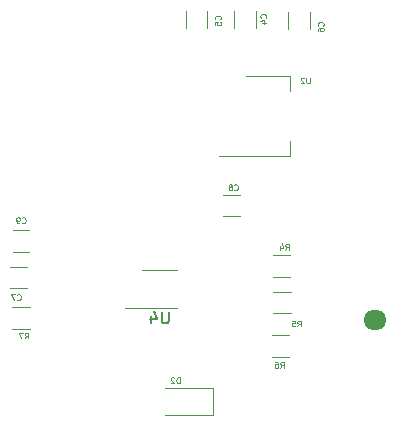
<source format=gbr>
%TF.GenerationSoftware,KiCad,Pcbnew,7.0.10*%
%TF.CreationDate,2024-05-28T16:22:07+05:30*%
%TF.ProjectId,pro1,70726f31-2e6b-4696-9361-645f70636258,rev?*%
%TF.SameCoordinates,Original*%
%TF.FileFunction,Legend,Bot*%
%TF.FilePolarity,Positive*%
%FSLAX46Y46*%
G04 Gerber Fmt 4.6, Leading zero omitted, Abs format (unit mm)*
G04 Created by KiCad (PCBNEW 7.0.10) date 2024-05-28 16:22:07*
%MOMM*%
%LPD*%
G01*
G04 APERTURE LIST*
%ADD10C,0.125000*%
%ADD11C,0.150000*%
%ADD12C,0.120000*%
%ADD13O,1.950000X1.700000*%
G04 APERTURE END LIST*
D10*
X158579047Y-78544809D02*
X158579047Y-78044809D01*
X158579047Y-78044809D02*
X158459999Y-78044809D01*
X158459999Y-78044809D02*
X158388571Y-78068619D01*
X158388571Y-78068619D02*
X158340952Y-78116238D01*
X158340952Y-78116238D02*
X158317142Y-78163857D01*
X158317142Y-78163857D02*
X158293333Y-78259095D01*
X158293333Y-78259095D02*
X158293333Y-78330523D01*
X158293333Y-78330523D02*
X158317142Y-78425761D01*
X158317142Y-78425761D02*
X158340952Y-78473380D01*
X158340952Y-78473380D02*
X158388571Y-78521000D01*
X158388571Y-78521000D02*
X158459999Y-78544809D01*
X158459999Y-78544809D02*
X158579047Y-78544809D01*
X158102856Y-78092428D02*
X158079047Y-78068619D01*
X158079047Y-78068619D02*
X158031428Y-78044809D01*
X158031428Y-78044809D02*
X157912380Y-78044809D01*
X157912380Y-78044809D02*
X157864761Y-78068619D01*
X157864761Y-78068619D02*
X157840952Y-78092428D01*
X157840952Y-78092428D02*
X157817142Y-78140047D01*
X157817142Y-78140047D02*
X157817142Y-78187666D01*
X157817142Y-78187666D02*
X157840952Y-78259095D01*
X157840952Y-78259095D02*
X158126666Y-78544809D01*
X158126666Y-78544809D02*
X157817142Y-78544809D01*
X169600952Y-52654809D02*
X169600952Y-53059571D01*
X169600952Y-53059571D02*
X169577142Y-53107190D01*
X169577142Y-53107190D02*
X169553333Y-53131000D01*
X169553333Y-53131000D02*
X169505714Y-53154809D01*
X169505714Y-53154809D02*
X169410476Y-53154809D01*
X169410476Y-53154809D02*
X169362857Y-53131000D01*
X169362857Y-53131000D02*
X169339047Y-53107190D01*
X169339047Y-53107190D02*
X169315238Y-53059571D01*
X169315238Y-53059571D02*
X169315238Y-52654809D01*
X169100951Y-52702428D02*
X169077142Y-52678619D01*
X169077142Y-52678619D02*
X169029523Y-52654809D01*
X169029523Y-52654809D02*
X168910475Y-52654809D01*
X168910475Y-52654809D02*
X168862856Y-52678619D01*
X168862856Y-52678619D02*
X168839047Y-52702428D01*
X168839047Y-52702428D02*
X168815237Y-52750047D01*
X168815237Y-52750047D02*
X168815237Y-52797666D01*
X168815237Y-52797666D02*
X168839047Y-52869095D01*
X168839047Y-52869095D02*
X169124761Y-53154809D01*
X169124761Y-53154809D02*
X168815237Y-53154809D01*
X145233333Y-64937190D02*
X145257142Y-64961000D01*
X145257142Y-64961000D02*
X145328571Y-64984809D01*
X145328571Y-64984809D02*
X145376190Y-64984809D01*
X145376190Y-64984809D02*
X145447618Y-64961000D01*
X145447618Y-64961000D02*
X145495237Y-64913380D01*
X145495237Y-64913380D02*
X145519047Y-64865761D01*
X145519047Y-64865761D02*
X145542856Y-64770523D01*
X145542856Y-64770523D02*
X145542856Y-64699095D01*
X145542856Y-64699095D02*
X145519047Y-64603857D01*
X145519047Y-64603857D02*
X145495237Y-64556238D01*
X145495237Y-64556238D02*
X145447618Y-64508619D01*
X145447618Y-64508619D02*
X145376190Y-64484809D01*
X145376190Y-64484809D02*
X145328571Y-64484809D01*
X145328571Y-64484809D02*
X145257142Y-64508619D01*
X145257142Y-64508619D02*
X145233333Y-64532428D01*
X144995237Y-64984809D02*
X144899999Y-64984809D01*
X144899999Y-64984809D02*
X144852380Y-64961000D01*
X144852380Y-64961000D02*
X144828571Y-64937190D01*
X144828571Y-64937190D02*
X144780952Y-64865761D01*
X144780952Y-64865761D02*
X144757142Y-64770523D01*
X144757142Y-64770523D02*
X144757142Y-64580047D01*
X144757142Y-64580047D02*
X144780952Y-64532428D01*
X144780952Y-64532428D02*
X144804761Y-64508619D01*
X144804761Y-64508619D02*
X144852380Y-64484809D01*
X144852380Y-64484809D02*
X144947618Y-64484809D01*
X144947618Y-64484809D02*
X144995237Y-64508619D01*
X144995237Y-64508619D02*
X145019047Y-64532428D01*
X145019047Y-64532428D02*
X145042856Y-64580047D01*
X145042856Y-64580047D02*
X145042856Y-64699095D01*
X145042856Y-64699095D02*
X145019047Y-64746714D01*
X145019047Y-64746714D02*
X144995237Y-64770523D01*
X144995237Y-64770523D02*
X144947618Y-64794333D01*
X144947618Y-64794333D02*
X144852380Y-64794333D01*
X144852380Y-64794333D02*
X144804761Y-64770523D01*
X144804761Y-64770523D02*
X144780952Y-64746714D01*
X144780952Y-64746714D02*
X144757142Y-64699095D01*
D11*
X157649404Y-72469819D02*
X157649404Y-73279342D01*
X157649404Y-73279342D02*
X157601785Y-73374580D01*
X157601785Y-73374580D02*
X157554166Y-73422200D01*
X157554166Y-73422200D02*
X157458928Y-73469819D01*
X157458928Y-73469819D02*
X157268452Y-73469819D01*
X157268452Y-73469819D02*
X157173214Y-73422200D01*
X157173214Y-73422200D02*
X157125595Y-73374580D01*
X157125595Y-73374580D02*
X157077976Y-73279342D01*
X157077976Y-73279342D02*
X157077976Y-72469819D01*
X156173214Y-72803152D02*
X156173214Y-73469819D01*
X156411309Y-72422200D02*
X156649404Y-73136485D01*
X156649404Y-73136485D02*
X156030357Y-73136485D01*
D10*
X145443333Y-74744809D02*
X145609999Y-74506714D01*
X145729047Y-74744809D02*
X145729047Y-74244809D01*
X145729047Y-74244809D02*
X145538571Y-74244809D01*
X145538571Y-74244809D02*
X145490952Y-74268619D01*
X145490952Y-74268619D02*
X145467142Y-74292428D01*
X145467142Y-74292428D02*
X145443333Y-74340047D01*
X145443333Y-74340047D02*
X145443333Y-74411476D01*
X145443333Y-74411476D02*
X145467142Y-74459095D01*
X145467142Y-74459095D02*
X145490952Y-74482904D01*
X145490952Y-74482904D02*
X145538571Y-74506714D01*
X145538571Y-74506714D02*
X145729047Y-74506714D01*
X145276666Y-74244809D02*
X144943333Y-74244809D01*
X144943333Y-74244809D02*
X145157618Y-74744809D01*
X170717190Y-48256666D02*
X170741000Y-48232857D01*
X170741000Y-48232857D02*
X170764809Y-48161428D01*
X170764809Y-48161428D02*
X170764809Y-48113809D01*
X170764809Y-48113809D02*
X170741000Y-48042381D01*
X170741000Y-48042381D02*
X170693380Y-47994762D01*
X170693380Y-47994762D02*
X170645761Y-47970952D01*
X170645761Y-47970952D02*
X170550523Y-47947143D01*
X170550523Y-47947143D02*
X170479095Y-47947143D01*
X170479095Y-47947143D02*
X170383857Y-47970952D01*
X170383857Y-47970952D02*
X170336238Y-47994762D01*
X170336238Y-47994762D02*
X170288619Y-48042381D01*
X170288619Y-48042381D02*
X170264809Y-48113809D01*
X170264809Y-48113809D02*
X170264809Y-48161428D01*
X170264809Y-48161428D02*
X170288619Y-48232857D01*
X170288619Y-48232857D02*
X170312428Y-48256666D01*
X170264809Y-48685238D02*
X170264809Y-48590000D01*
X170264809Y-48590000D02*
X170288619Y-48542381D01*
X170288619Y-48542381D02*
X170312428Y-48518571D01*
X170312428Y-48518571D02*
X170383857Y-48470952D01*
X170383857Y-48470952D02*
X170479095Y-48447143D01*
X170479095Y-48447143D02*
X170669571Y-48447143D01*
X170669571Y-48447143D02*
X170717190Y-48470952D01*
X170717190Y-48470952D02*
X170741000Y-48494762D01*
X170741000Y-48494762D02*
X170764809Y-48542381D01*
X170764809Y-48542381D02*
X170764809Y-48637619D01*
X170764809Y-48637619D02*
X170741000Y-48685238D01*
X170741000Y-48685238D02*
X170717190Y-48709047D01*
X170717190Y-48709047D02*
X170669571Y-48732857D01*
X170669571Y-48732857D02*
X170550523Y-48732857D01*
X170550523Y-48732857D02*
X170502904Y-48709047D01*
X170502904Y-48709047D02*
X170479095Y-48685238D01*
X170479095Y-48685238D02*
X170455285Y-48637619D01*
X170455285Y-48637619D02*
X170455285Y-48542381D01*
X170455285Y-48542381D02*
X170479095Y-48494762D01*
X170479095Y-48494762D02*
X170502904Y-48470952D01*
X170502904Y-48470952D02*
X170550523Y-48447143D01*
X168553333Y-73724809D02*
X168719999Y-73486714D01*
X168839047Y-73724809D02*
X168839047Y-73224809D01*
X168839047Y-73224809D02*
X168648571Y-73224809D01*
X168648571Y-73224809D02*
X168600952Y-73248619D01*
X168600952Y-73248619D02*
X168577142Y-73272428D01*
X168577142Y-73272428D02*
X168553333Y-73320047D01*
X168553333Y-73320047D02*
X168553333Y-73391476D01*
X168553333Y-73391476D02*
X168577142Y-73439095D01*
X168577142Y-73439095D02*
X168600952Y-73462904D01*
X168600952Y-73462904D02*
X168648571Y-73486714D01*
X168648571Y-73486714D02*
X168839047Y-73486714D01*
X168100952Y-73224809D02*
X168339047Y-73224809D01*
X168339047Y-73224809D02*
X168362856Y-73462904D01*
X168362856Y-73462904D02*
X168339047Y-73439095D01*
X168339047Y-73439095D02*
X168291428Y-73415285D01*
X168291428Y-73415285D02*
X168172380Y-73415285D01*
X168172380Y-73415285D02*
X168124761Y-73439095D01*
X168124761Y-73439095D02*
X168100952Y-73462904D01*
X168100952Y-73462904D02*
X168077142Y-73510523D01*
X168077142Y-73510523D02*
X168077142Y-73629571D01*
X168077142Y-73629571D02*
X168100952Y-73677190D01*
X168100952Y-73677190D02*
X168124761Y-73701000D01*
X168124761Y-73701000D02*
X168172380Y-73724809D01*
X168172380Y-73724809D02*
X168291428Y-73724809D01*
X168291428Y-73724809D02*
X168339047Y-73701000D01*
X168339047Y-73701000D02*
X168362856Y-73677190D01*
X165857190Y-47586666D02*
X165881000Y-47562857D01*
X165881000Y-47562857D02*
X165904809Y-47491428D01*
X165904809Y-47491428D02*
X165904809Y-47443809D01*
X165904809Y-47443809D02*
X165881000Y-47372381D01*
X165881000Y-47372381D02*
X165833380Y-47324762D01*
X165833380Y-47324762D02*
X165785761Y-47300952D01*
X165785761Y-47300952D02*
X165690523Y-47277143D01*
X165690523Y-47277143D02*
X165619095Y-47277143D01*
X165619095Y-47277143D02*
X165523857Y-47300952D01*
X165523857Y-47300952D02*
X165476238Y-47324762D01*
X165476238Y-47324762D02*
X165428619Y-47372381D01*
X165428619Y-47372381D02*
X165404809Y-47443809D01*
X165404809Y-47443809D02*
X165404809Y-47491428D01*
X165404809Y-47491428D02*
X165428619Y-47562857D01*
X165428619Y-47562857D02*
X165452428Y-47586666D01*
X165571476Y-48015238D02*
X165904809Y-48015238D01*
X165381000Y-47896190D02*
X165738142Y-47777143D01*
X165738142Y-47777143D02*
X165738142Y-48086666D01*
X167533333Y-67224809D02*
X167699999Y-66986714D01*
X167819047Y-67224809D02*
X167819047Y-66724809D01*
X167819047Y-66724809D02*
X167628571Y-66724809D01*
X167628571Y-66724809D02*
X167580952Y-66748619D01*
X167580952Y-66748619D02*
X167557142Y-66772428D01*
X167557142Y-66772428D02*
X167533333Y-66820047D01*
X167533333Y-66820047D02*
X167533333Y-66891476D01*
X167533333Y-66891476D02*
X167557142Y-66939095D01*
X167557142Y-66939095D02*
X167580952Y-66962904D01*
X167580952Y-66962904D02*
X167628571Y-66986714D01*
X167628571Y-66986714D02*
X167819047Y-66986714D01*
X167104761Y-66891476D02*
X167104761Y-67224809D01*
X167223809Y-66701000D02*
X167342856Y-67058142D01*
X167342856Y-67058142D02*
X167033333Y-67058142D01*
X167113333Y-77224809D02*
X167279999Y-76986714D01*
X167399047Y-77224809D02*
X167399047Y-76724809D01*
X167399047Y-76724809D02*
X167208571Y-76724809D01*
X167208571Y-76724809D02*
X167160952Y-76748619D01*
X167160952Y-76748619D02*
X167137142Y-76772428D01*
X167137142Y-76772428D02*
X167113333Y-76820047D01*
X167113333Y-76820047D02*
X167113333Y-76891476D01*
X167113333Y-76891476D02*
X167137142Y-76939095D01*
X167137142Y-76939095D02*
X167160952Y-76962904D01*
X167160952Y-76962904D02*
X167208571Y-76986714D01*
X167208571Y-76986714D02*
X167399047Y-76986714D01*
X166684761Y-76724809D02*
X166779999Y-76724809D01*
X166779999Y-76724809D02*
X166827618Y-76748619D01*
X166827618Y-76748619D02*
X166851428Y-76772428D01*
X166851428Y-76772428D02*
X166899047Y-76843857D01*
X166899047Y-76843857D02*
X166922856Y-76939095D01*
X166922856Y-76939095D02*
X166922856Y-77129571D01*
X166922856Y-77129571D02*
X166899047Y-77177190D01*
X166899047Y-77177190D02*
X166875237Y-77201000D01*
X166875237Y-77201000D02*
X166827618Y-77224809D01*
X166827618Y-77224809D02*
X166732380Y-77224809D01*
X166732380Y-77224809D02*
X166684761Y-77201000D01*
X166684761Y-77201000D02*
X166660952Y-77177190D01*
X166660952Y-77177190D02*
X166637142Y-77129571D01*
X166637142Y-77129571D02*
X166637142Y-77010523D01*
X166637142Y-77010523D02*
X166660952Y-76962904D01*
X166660952Y-76962904D02*
X166684761Y-76939095D01*
X166684761Y-76939095D02*
X166732380Y-76915285D01*
X166732380Y-76915285D02*
X166827618Y-76915285D01*
X166827618Y-76915285D02*
X166875237Y-76939095D01*
X166875237Y-76939095D02*
X166899047Y-76962904D01*
X166899047Y-76962904D02*
X166922856Y-77010523D01*
X163203333Y-62137190D02*
X163227142Y-62161000D01*
X163227142Y-62161000D02*
X163298571Y-62184809D01*
X163298571Y-62184809D02*
X163346190Y-62184809D01*
X163346190Y-62184809D02*
X163417618Y-62161000D01*
X163417618Y-62161000D02*
X163465237Y-62113380D01*
X163465237Y-62113380D02*
X163489047Y-62065761D01*
X163489047Y-62065761D02*
X163512856Y-61970523D01*
X163512856Y-61970523D02*
X163512856Y-61899095D01*
X163512856Y-61899095D02*
X163489047Y-61803857D01*
X163489047Y-61803857D02*
X163465237Y-61756238D01*
X163465237Y-61756238D02*
X163417618Y-61708619D01*
X163417618Y-61708619D02*
X163346190Y-61684809D01*
X163346190Y-61684809D02*
X163298571Y-61684809D01*
X163298571Y-61684809D02*
X163227142Y-61708619D01*
X163227142Y-61708619D02*
X163203333Y-61732428D01*
X162917618Y-61899095D02*
X162965237Y-61875285D01*
X162965237Y-61875285D02*
X162989047Y-61851476D01*
X162989047Y-61851476D02*
X163012856Y-61803857D01*
X163012856Y-61803857D02*
X163012856Y-61780047D01*
X163012856Y-61780047D02*
X162989047Y-61732428D01*
X162989047Y-61732428D02*
X162965237Y-61708619D01*
X162965237Y-61708619D02*
X162917618Y-61684809D01*
X162917618Y-61684809D02*
X162822380Y-61684809D01*
X162822380Y-61684809D02*
X162774761Y-61708619D01*
X162774761Y-61708619D02*
X162750952Y-61732428D01*
X162750952Y-61732428D02*
X162727142Y-61780047D01*
X162727142Y-61780047D02*
X162727142Y-61803857D01*
X162727142Y-61803857D02*
X162750952Y-61851476D01*
X162750952Y-61851476D02*
X162774761Y-61875285D01*
X162774761Y-61875285D02*
X162822380Y-61899095D01*
X162822380Y-61899095D02*
X162917618Y-61899095D01*
X162917618Y-61899095D02*
X162965237Y-61922904D01*
X162965237Y-61922904D02*
X162989047Y-61946714D01*
X162989047Y-61946714D02*
X163012856Y-61994333D01*
X163012856Y-61994333D02*
X163012856Y-62089571D01*
X163012856Y-62089571D02*
X162989047Y-62137190D01*
X162989047Y-62137190D02*
X162965237Y-62161000D01*
X162965237Y-62161000D02*
X162917618Y-62184809D01*
X162917618Y-62184809D02*
X162822380Y-62184809D01*
X162822380Y-62184809D02*
X162774761Y-62161000D01*
X162774761Y-62161000D02*
X162750952Y-62137190D01*
X162750952Y-62137190D02*
X162727142Y-62089571D01*
X162727142Y-62089571D02*
X162727142Y-61994333D01*
X162727142Y-61994333D02*
X162750952Y-61946714D01*
X162750952Y-61946714D02*
X162774761Y-61922904D01*
X162774761Y-61922904D02*
X162822380Y-61899095D01*
X162017190Y-47736666D02*
X162041000Y-47712857D01*
X162041000Y-47712857D02*
X162064809Y-47641428D01*
X162064809Y-47641428D02*
X162064809Y-47593809D01*
X162064809Y-47593809D02*
X162041000Y-47522381D01*
X162041000Y-47522381D02*
X161993380Y-47474762D01*
X161993380Y-47474762D02*
X161945761Y-47450952D01*
X161945761Y-47450952D02*
X161850523Y-47427143D01*
X161850523Y-47427143D02*
X161779095Y-47427143D01*
X161779095Y-47427143D02*
X161683857Y-47450952D01*
X161683857Y-47450952D02*
X161636238Y-47474762D01*
X161636238Y-47474762D02*
X161588619Y-47522381D01*
X161588619Y-47522381D02*
X161564809Y-47593809D01*
X161564809Y-47593809D02*
X161564809Y-47641428D01*
X161564809Y-47641428D02*
X161588619Y-47712857D01*
X161588619Y-47712857D02*
X161612428Y-47736666D01*
X161564809Y-48189047D02*
X161564809Y-47950952D01*
X161564809Y-47950952D02*
X161802904Y-47927143D01*
X161802904Y-47927143D02*
X161779095Y-47950952D01*
X161779095Y-47950952D02*
X161755285Y-47998571D01*
X161755285Y-47998571D02*
X161755285Y-48117619D01*
X161755285Y-48117619D02*
X161779095Y-48165238D01*
X161779095Y-48165238D02*
X161802904Y-48189047D01*
X161802904Y-48189047D02*
X161850523Y-48212857D01*
X161850523Y-48212857D02*
X161969571Y-48212857D01*
X161969571Y-48212857D02*
X162017190Y-48189047D01*
X162017190Y-48189047D02*
X162041000Y-48165238D01*
X162041000Y-48165238D02*
X162064809Y-48117619D01*
X162064809Y-48117619D02*
X162064809Y-47998571D01*
X162064809Y-47998571D02*
X162041000Y-47950952D01*
X162041000Y-47950952D02*
X162017190Y-47927143D01*
X144823333Y-71467190D02*
X144847142Y-71491000D01*
X144847142Y-71491000D02*
X144918571Y-71514809D01*
X144918571Y-71514809D02*
X144966190Y-71514809D01*
X144966190Y-71514809D02*
X145037618Y-71491000D01*
X145037618Y-71491000D02*
X145085237Y-71443380D01*
X145085237Y-71443380D02*
X145109047Y-71395761D01*
X145109047Y-71395761D02*
X145132856Y-71300523D01*
X145132856Y-71300523D02*
X145132856Y-71229095D01*
X145132856Y-71229095D02*
X145109047Y-71133857D01*
X145109047Y-71133857D02*
X145085237Y-71086238D01*
X145085237Y-71086238D02*
X145037618Y-71038619D01*
X145037618Y-71038619D02*
X144966190Y-71014809D01*
X144966190Y-71014809D02*
X144918571Y-71014809D01*
X144918571Y-71014809D02*
X144847142Y-71038619D01*
X144847142Y-71038619D02*
X144823333Y-71062428D01*
X144656666Y-71014809D02*
X144323333Y-71014809D01*
X144323333Y-71014809D02*
X144537618Y-71514809D01*
D12*
%TO.C,D2*%
X161372500Y-81235000D02*
X157312500Y-81235000D01*
X161372500Y-78965000D02*
X161372500Y-81235000D01*
X157312500Y-78965000D02*
X161372500Y-78965000D01*
%TO.C,U2*%
X161950000Y-59310000D02*
X167960000Y-59310000D01*
X164200000Y-52490000D02*
X167960000Y-52490000D01*
X167960000Y-52490000D02*
X167960000Y-53750000D01*
X167960000Y-59310000D02*
X167960000Y-58050000D01*
%TO.C,C9*%
X145848752Y-67410000D02*
X144426248Y-67410000D01*
X145848752Y-65590000D02*
X144426248Y-65590000D01*
%TO.C,U4*%
X156887500Y-72175000D02*
X158387500Y-72175000D01*
X156887500Y-72175000D02*
X153962500Y-72175000D01*
X156887500Y-68955000D02*
X158387500Y-68955000D01*
X156887500Y-68955000D02*
X155387500Y-68955000D01*
%TO.C,R7*%
X144422936Y-73910000D02*
X145877064Y-73910000D01*
X144422936Y-72090000D02*
X145877064Y-72090000D01*
%TO.C,C6*%
X167790000Y-48548752D02*
X167790000Y-47126248D01*
X169610000Y-48548752D02*
X169610000Y-47126248D01*
%TO.C,R5*%
X167977064Y-72610000D02*
X166522936Y-72610000D01*
X167977064Y-70790000D02*
X166522936Y-70790000D01*
%TO.C,C4*%
X163190000Y-48448752D02*
X163190000Y-47026248D01*
X165010000Y-48448752D02*
X165010000Y-47026248D01*
%TO.C,R4*%
X167927064Y-69510000D02*
X166472936Y-69510000D01*
X167927064Y-67690000D02*
X166472936Y-67690000D01*
%TO.C,R6*%
X166422936Y-74490000D02*
X167877064Y-74490000D01*
X166422936Y-76310000D02*
X167877064Y-76310000D01*
%TO.C,C8*%
X163648752Y-64410000D02*
X162226248Y-64410000D01*
X163648752Y-62590000D02*
X162226248Y-62590000D01*
%TO.C,C5*%
X159090000Y-48448752D02*
X159090000Y-47026248D01*
X160910000Y-48448752D02*
X160910000Y-47026248D01*
%TO.C,C7*%
X145648752Y-70510000D02*
X144226248Y-70510000D01*
X145648752Y-68690000D02*
X144226248Y-68690000D01*
%TD*%
D13*
%TO.C,J3*%
X175100000Y-73200000D03*
%TD*%
M02*

</source>
